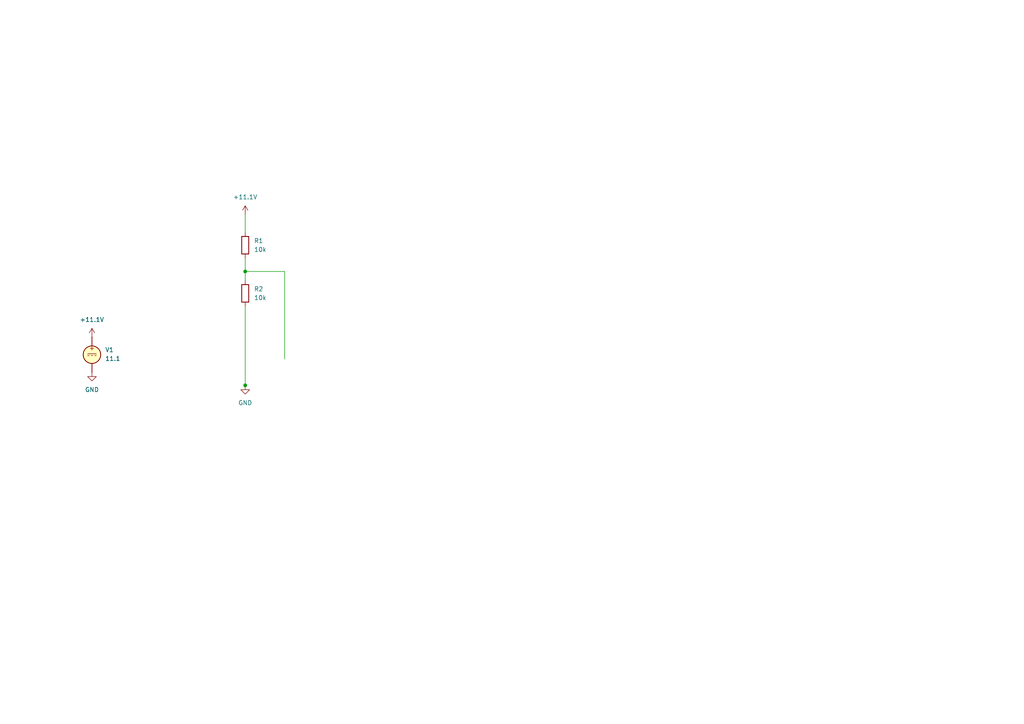
<source format=kicad_sch>
(kicad_sch (version 20231120) (generator "eeschema") (generator_version "8.0")
  (paper "A4")
  (lib_symbols
    (symbol "Device:R" (pin_numbers hide) (pin_names (offset 0))
      (property "Reference" "R" (at 2.032 0 90))
      (property "Value" "R" (at 0 0 90))
      (symbol "R_0_1"
        (rectangle (start -1.016 -2.54) (end 1.016 2.54) (stroke (width 0.254)))
      )
      (symbol "R_1_1"
        (pin passive line (at 0 3.81 270) (length 1.27) (name "~") (number "1"))
        (pin passive line (at 0 -3.81 90) (length 1.27) (name "~") (number "2"))
      )
    )
    (symbol "Simulation_SPICE:VDC" (pin_numbers hide) (pin_names (offset 0.0254))
      (property "Reference" "V" (at 2.54 2.54 0))
      (property "Value" "1" (at 2.54 0 0))
      (symbol "VDC_0_0"
        (polyline (pts (xy -1.27 0.254) (xy 1.27 0.254)))
        (polyline (pts (xy -0.762 -0.254) (xy -1.27 -0.254)))
        (polyline (pts (xy 0.254 -0.254) (xy -0.254 -0.254)))
        (polyline (pts (xy 1.27 -0.254) (xy 0.762 -0.254)))
        (text "+" (at 0 1.905 0) (effects (font (size 1.27 1.27))))
      )
      (symbol "VDC_0_1"
        (circle (center 0 0) (radius 2.54) (stroke (width 0.254)) (fill (type background)))
      )
      (symbol "VDC_1_1"
        (pin passive line (at 0 5.08 270) (length 2.54) (name "~") (number "1"))
        (pin passive line (at 0 -5.08 90) (length 2.54) (name "~") (number "2"))
      )
    )
    (symbol "power:+5V" (power) (pin_numbers hide) (pin_names (offset 0) hide)
      (property "Value" "+5V" (at 0 3.556 0))
      (symbol "+5V_0_1"
        (polyline (pts (xy -0.762 1.27) (xy 0 2.54)))
        (polyline (pts (xy 0 0) (xy 0 2.54)))
        (polyline (pts (xy 0 2.54) (xy 0.762 1.27)))
      )
      (symbol "+5V_1_1"
        (pin power_in line (at 0 0 90) (length 0) (name "~") (number "1"))
      )
    )
    (symbol "power:GND" (power) (pin_numbers hide) (pin_names (offset 0) hide)
      (property "Value" "GND" (at 0 -3.81 0))
      (symbol "GND_0_1"
        (polyline (pts (xy 0 0) (xy 0 -1.27) (xy 1.27 -1.27) (xy 0 -2.54) (xy -1.27 -1.27) (xy 0 -1.27)))
      )
      (symbol "GND_1_1"
        (pin power_in line (at 0 0 270) (length 0) (name "~") (number "1"))
      )
    )
  )
  (junction (at 71.12 111.76))
  (junction (at 71.12 78.74))
  (wire (pts (xy 71.12 74.93) (xy 71.12 78.74)))
  (wire (pts (xy 82.55 78.74) (xy 82.55 104.14)))
  (wire (pts (xy 71.12 62.23) (xy 71.12 67.31)))
  (wire (pts (xy 71.12 88.9) (xy 71.12 111.76)))
  (wire (pts (xy 71.12 113.03) (xy 71.12 111.76)))
  (wire (pts (xy 71.12 78.74) (xy 82.55 78.74)))
  (wire (pts (xy 71.12 78.74) (xy 71.12 81.28)))
  (symbol (lib_id "power:GND") (at 71.12 111.76 0) (unit 1)
    (property "Reference" "#PWR02" (effects (hide yes)))
    (property "Value" "GND" (at 71.12 116.84 0))
    (property "Description" "Power symbol creates a global label with name \"GND\" , ground" (effects (hide yes)))
  )
  (symbol (lib_id "power:+5V") (at 26.67 97.79 0) (unit 1)
    (property "Reference" "#PWR03" (effects (hide yes)))
    (property "Value" "+11.1V" (at 26.67 92.71 0))
    (property "Description" "Power symbol creates a global label with name \"+5V\"" (effects (hide yes)))
  )
  (symbol (lib_id "Device:R") (at 71.12 71.12 0) (unit 1)
    (property "Reference" "R1" (at 73.66 69.8499 0) (effects (justify left)))
    (property "Value" "10k" (at 73.66 72.3899 0) (effects (justify left)))
    (property "Description" "Resistor" (effects (hide yes)))
    (property "Sim.Device" "R" (effects (hide yes)))
    (property "Sim.Pins" "1=+ 2=-" (effects (hide yes)))
  )
  (symbol (lib_id "Device:R") (at 71.12 85.09 0) (unit 1)
    (property "Reference" "R2" (at 73.66 83.8199 0) (effects (justify left)))
    (property "Value" "10k" (at 73.66 86.3599 0) (effects (justify left)))
    (property "Description" "Resistor" (effects (hide yes)))
  )
  (symbol (lib_id "power:+5V") (at 71.12 62.23 0) (unit 1)
    (property "Reference" "#PWR01" (effects (hide yes)))
    (property "Value" "+11.1V" (at 71.12 57.15 0))
    (property "Description" "Power symbol creates a global label with name \"+5V\"" (effects (hide yes)))
  )
  (symbol (lib_id "Simulation_SPICE:VDC") (at 26.67 102.87 0) (unit 1)
    (property "Reference" "V1" (at 30.48 101.4701 0) (effects (justify left)))
    (property "Value" "11.1" (at 30.48 104.0101 0) (effects (justify left)))
    (property "Datasheet" "https://ngspice.sourceforge.io/docs/ngspice-html-manual/manual.xhtml#sec_Independent_Sources_for" (effects (hide yes)))
    (property "Description" "Voltage source, DC" (effects (hide yes)))
    (property "Sim.Pins" "1=+ 2=-" (effects (hide yes)))
    (property "Sim.Type" "DC" (effects (hide yes)))
    (property "Sim.Device" "V" (effects (hide yes)))
  )
  (symbol (lib_id "power:GND") (at 26.67 107.95 0) (unit 1)
    (property "Reference" "#PWR04" (effects (hide yes)))
    (property "Value" "GND" (at 26.67 113.03 0))
    (property "Description" "Power symbol creates a global label with name \"GND\" , ground" (effects (hide yes)))
  )
)
</source>
